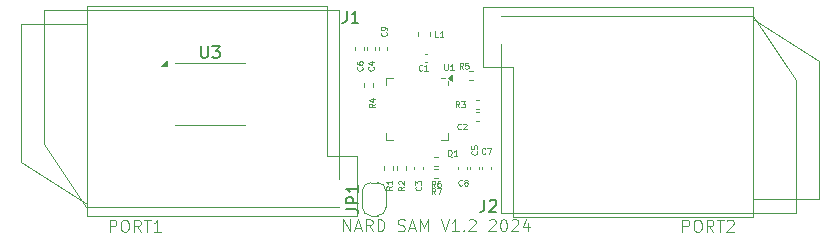
<source format=gbr>
%TF.GenerationSoftware,KiCad,Pcbnew,8.0.6*%
%TF.CreationDate,2024-11-25T22:11:24+01:00*%
%TF.ProjectId,nard_sam,6e617264-5f73-4616-9d2e-6b696361645f,rev?*%
%TF.SameCoordinates,Original*%
%TF.FileFunction,Legend,Top*%
%TF.FilePolarity,Positive*%
%FSLAX46Y46*%
G04 Gerber Fmt 4.6, Leading zero omitted, Abs format (unit mm)*
G04 Created by KiCad (PCBNEW 8.0.6) date 2024-11-25 22:11:24*
%MOMM*%
%LPD*%
G01*
G04 APERTURE LIST*
%ADD10C,0.100000*%
%ADD11C,0.050000*%
%ADD12C,0.150000*%
%ADD13C,0.120000*%
G04 APERTURE END LIST*
D10*
X77105143Y-80261419D02*
X77105143Y-79261419D01*
X77105143Y-79261419D02*
X77486095Y-79261419D01*
X77486095Y-79261419D02*
X77581333Y-79309038D01*
X77581333Y-79309038D02*
X77628952Y-79356657D01*
X77628952Y-79356657D02*
X77676571Y-79451895D01*
X77676571Y-79451895D02*
X77676571Y-79594752D01*
X77676571Y-79594752D02*
X77628952Y-79689990D01*
X77628952Y-79689990D02*
X77581333Y-79737609D01*
X77581333Y-79737609D02*
X77486095Y-79785228D01*
X77486095Y-79785228D02*
X77105143Y-79785228D01*
X78295619Y-79261419D02*
X78486095Y-79261419D01*
X78486095Y-79261419D02*
X78581333Y-79309038D01*
X78581333Y-79309038D02*
X78676571Y-79404276D01*
X78676571Y-79404276D02*
X78724190Y-79594752D01*
X78724190Y-79594752D02*
X78724190Y-79928085D01*
X78724190Y-79928085D02*
X78676571Y-80118561D01*
X78676571Y-80118561D02*
X78581333Y-80213800D01*
X78581333Y-80213800D02*
X78486095Y-80261419D01*
X78486095Y-80261419D02*
X78295619Y-80261419D01*
X78295619Y-80261419D02*
X78200381Y-80213800D01*
X78200381Y-80213800D02*
X78105143Y-80118561D01*
X78105143Y-80118561D02*
X78057524Y-79928085D01*
X78057524Y-79928085D02*
X78057524Y-79594752D01*
X78057524Y-79594752D02*
X78105143Y-79404276D01*
X78105143Y-79404276D02*
X78200381Y-79309038D01*
X78200381Y-79309038D02*
X78295619Y-79261419D01*
X79724190Y-80261419D02*
X79390857Y-79785228D01*
X79152762Y-80261419D02*
X79152762Y-79261419D01*
X79152762Y-79261419D02*
X79533714Y-79261419D01*
X79533714Y-79261419D02*
X79628952Y-79309038D01*
X79628952Y-79309038D02*
X79676571Y-79356657D01*
X79676571Y-79356657D02*
X79724190Y-79451895D01*
X79724190Y-79451895D02*
X79724190Y-79594752D01*
X79724190Y-79594752D02*
X79676571Y-79689990D01*
X79676571Y-79689990D02*
X79628952Y-79737609D01*
X79628952Y-79737609D02*
X79533714Y-79785228D01*
X79533714Y-79785228D02*
X79152762Y-79785228D01*
X80009905Y-79261419D02*
X80581333Y-79261419D01*
X80295619Y-80261419D02*
X80295619Y-79261419D01*
X81438476Y-80261419D02*
X80867048Y-80261419D01*
X81152762Y-80261419D02*
X81152762Y-79261419D01*
X81152762Y-79261419D02*
X81057524Y-79404276D01*
X81057524Y-79404276D02*
X80962286Y-79499514D01*
X80962286Y-79499514D02*
X80867048Y-79547133D01*
X125605143Y-80261419D02*
X125605143Y-79261419D01*
X125605143Y-79261419D02*
X125986095Y-79261419D01*
X125986095Y-79261419D02*
X126081333Y-79309038D01*
X126081333Y-79309038D02*
X126128952Y-79356657D01*
X126128952Y-79356657D02*
X126176571Y-79451895D01*
X126176571Y-79451895D02*
X126176571Y-79594752D01*
X126176571Y-79594752D02*
X126128952Y-79689990D01*
X126128952Y-79689990D02*
X126081333Y-79737609D01*
X126081333Y-79737609D02*
X125986095Y-79785228D01*
X125986095Y-79785228D02*
X125605143Y-79785228D01*
X126795619Y-79261419D02*
X126986095Y-79261419D01*
X126986095Y-79261419D02*
X127081333Y-79309038D01*
X127081333Y-79309038D02*
X127176571Y-79404276D01*
X127176571Y-79404276D02*
X127224190Y-79594752D01*
X127224190Y-79594752D02*
X127224190Y-79928085D01*
X127224190Y-79928085D02*
X127176571Y-80118561D01*
X127176571Y-80118561D02*
X127081333Y-80213800D01*
X127081333Y-80213800D02*
X126986095Y-80261419D01*
X126986095Y-80261419D02*
X126795619Y-80261419D01*
X126795619Y-80261419D02*
X126700381Y-80213800D01*
X126700381Y-80213800D02*
X126605143Y-80118561D01*
X126605143Y-80118561D02*
X126557524Y-79928085D01*
X126557524Y-79928085D02*
X126557524Y-79594752D01*
X126557524Y-79594752D02*
X126605143Y-79404276D01*
X126605143Y-79404276D02*
X126700381Y-79309038D01*
X126700381Y-79309038D02*
X126795619Y-79261419D01*
X128224190Y-80261419D02*
X127890857Y-79785228D01*
X127652762Y-80261419D02*
X127652762Y-79261419D01*
X127652762Y-79261419D02*
X128033714Y-79261419D01*
X128033714Y-79261419D02*
X128128952Y-79309038D01*
X128128952Y-79309038D02*
X128176571Y-79356657D01*
X128176571Y-79356657D02*
X128224190Y-79451895D01*
X128224190Y-79451895D02*
X128224190Y-79594752D01*
X128224190Y-79594752D02*
X128176571Y-79689990D01*
X128176571Y-79689990D02*
X128128952Y-79737609D01*
X128128952Y-79737609D02*
X128033714Y-79785228D01*
X128033714Y-79785228D02*
X127652762Y-79785228D01*
X128509905Y-79261419D02*
X129081333Y-79261419D01*
X128795619Y-80261419D02*
X128795619Y-79261419D01*
X129367048Y-79356657D02*
X129414667Y-79309038D01*
X129414667Y-79309038D02*
X129509905Y-79261419D01*
X129509905Y-79261419D02*
X129748000Y-79261419D01*
X129748000Y-79261419D02*
X129843238Y-79309038D01*
X129843238Y-79309038D02*
X129890857Y-79356657D01*
X129890857Y-79356657D02*
X129938476Y-79451895D01*
X129938476Y-79451895D02*
X129938476Y-79547133D01*
X129938476Y-79547133D02*
X129890857Y-79689990D01*
X129890857Y-79689990D02*
X129319429Y-80261419D01*
X129319429Y-80261419D02*
X129938476Y-80261419D01*
X96892857Y-80207419D02*
X96892857Y-79207419D01*
X96892857Y-79207419D02*
X97464285Y-80207419D01*
X97464285Y-80207419D02*
X97464285Y-79207419D01*
X97892857Y-79921704D02*
X98369047Y-79921704D01*
X97797619Y-80207419D02*
X98130952Y-79207419D01*
X98130952Y-79207419D02*
X98464285Y-80207419D01*
X99369047Y-80207419D02*
X99035714Y-79731228D01*
X98797619Y-80207419D02*
X98797619Y-79207419D01*
X98797619Y-79207419D02*
X99178571Y-79207419D01*
X99178571Y-79207419D02*
X99273809Y-79255038D01*
X99273809Y-79255038D02*
X99321428Y-79302657D01*
X99321428Y-79302657D02*
X99369047Y-79397895D01*
X99369047Y-79397895D02*
X99369047Y-79540752D01*
X99369047Y-79540752D02*
X99321428Y-79635990D01*
X99321428Y-79635990D02*
X99273809Y-79683609D01*
X99273809Y-79683609D02*
X99178571Y-79731228D01*
X99178571Y-79731228D02*
X98797619Y-79731228D01*
X99797619Y-80207419D02*
X99797619Y-79207419D01*
X99797619Y-79207419D02*
X100035714Y-79207419D01*
X100035714Y-79207419D02*
X100178571Y-79255038D01*
X100178571Y-79255038D02*
X100273809Y-79350276D01*
X100273809Y-79350276D02*
X100321428Y-79445514D01*
X100321428Y-79445514D02*
X100369047Y-79635990D01*
X100369047Y-79635990D02*
X100369047Y-79778847D01*
X100369047Y-79778847D02*
X100321428Y-79969323D01*
X100321428Y-79969323D02*
X100273809Y-80064561D01*
X100273809Y-80064561D02*
X100178571Y-80159800D01*
X100178571Y-80159800D02*
X100035714Y-80207419D01*
X100035714Y-80207419D02*
X99797619Y-80207419D01*
X101511905Y-80159800D02*
X101654762Y-80207419D01*
X101654762Y-80207419D02*
X101892857Y-80207419D01*
X101892857Y-80207419D02*
X101988095Y-80159800D01*
X101988095Y-80159800D02*
X102035714Y-80112180D01*
X102035714Y-80112180D02*
X102083333Y-80016942D01*
X102083333Y-80016942D02*
X102083333Y-79921704D01*
X102083333Y-79921704D02*
X102035714Y-79826466D01*
X102035714Y-79826466D02*
X101988095Y-79778847D01*
X101988095Y-79778847D02*
X101892857Y-79731228D01*
X101892857Y-79731228D02*
X101702381Y-79683609D01*
X101702381Y-79683609D02*
X101607143Y-79635990D01*
X101607143Y-79635990D02*
X101559524Y-79588371D01*
X101559524Y-79588371D02*
X101511905Y-79493133D01*
X101511905Y-79493133D02*
X101511905Y-79397895D01*
X101511905Y-79397895D02*
X101559524Y-79302657D01*
X101559524Y-79302657D02*
X101607143Y-79255038D01*
X101607143Y-79255038D02*
X101702381Y-79207419D01*
X101702381Y-79207419D02*
X101940476Y-79207419D01*
X101940476Y-79207419D02*
X102083333Y-79255038D01*
X102464286Y-79921704D02*
X102940476Y-79921704D01*
X102369048Y-80207419D02*
X102702381Y-79207419D01*
X102702381Y-79207419D02*
X103035714Y-80207419D01*
X103369048Y-80207419D02*
X103369048Y-79207419D01*
X103369048Y-79207419D02*
X103702381Y-79921704D01*
X103702381Y-79921704D02*
X104035714Y-79207419D01*
X104035714Y-79207419D02*
X104035714Y-80207419D01*
X105130953Y-79207419D02*
X105464286Y-80207419D01*
X105464286Y-80207419D02*
X105797619Y-79207419D01*
X106654762Y-80207419D02*
X106083334Y-80207419D01*
X106369048Y-80207419D02*
X106369048Y-79207419D01*
X106369048Y-79207419D02*
X106273810Y-79350276D01*
X106273810Y-79350276D02*
X106178572Y-79445514D01*
X106178572Y-79445514D02*
X106083334Y-79493133D01*
X107083334Y-80112180D02*
X107130953Y-80159800D01*
X107130953Y-80159800D02*
X107083334Y-80207419D01*
X107083334Y-80207419D02*
X107035715Y-80159800D01*
X107035715Y-80159800D02*
X107083334Y-80112180D01*
X107083334Y-80112180D02*
X107083334Y-80207419D01*
X107511905Y-79302657D02*
X107559524Y-79255038D01*
X107559524Y-79255038D02*
X107654762Y-79207419D01*
X107654762Y-79207419D02*
X107892857Y-79207419D01*
X107892857Y-79207419D02*
X107988095Y-79255038D01*
X107988095Y-79255038D02*
X108035714Y-79302657D01*
X108035714Y-79302657D02*
X108083333Y-79397895D01*
X108083333Y-79397895D02*
X108083333Y-79493133D01*
X108083333Y-79493133D02*
X108035714Y-79635990D01*
X108035714Y-79635990D02*
X107464286Y-80207419D01*
X107464286Y-80207419D02*
X108083333Y-80207419D01*
X109226191Y-79302657D02*
X109273810Y-79255038D01*
X109273810Y-79255038D02*
X109369048Y-79207419D01*
X109369048Y-79207419D02*
X109607143Y-79207419D01*
X109607143Y-79207419D02*
X109702381Y-79255038D01*
X109702381Y-79255038D02*
X109750000Y-79302657D01*
X109750000Y-79302657D02*
X109797619Y-79397895D01*
X109797619Y-79397895D02*
X109797619Y-79493133D01*
X109797619Y-79493133D02*
X109750000Y-79635990D01*
X109750000Y-79635990D02*
X109178572Y-80207419D01*
X109178572Y-80207419D02*
X109797619Y-80207419D01*
X110416667Y-79207419D02*
X110511905Y-79207419D01*
X110511905Y-79207419D02*
X110607143Y-79255038D01*
X110607143Y-79255038D02*
X110654762Y-79302657D01*
X110654762Y-79302657D02*
X110702381Y-79397895D01*
X110702381Y-79397895D02*
X110750000Y-79588371D01*
X110750000Y-79588371D02*
X110750000Y-79826466D01*
X110750000Y-79826466D02*
X110702381Y-80016942D01*
X110702381Y-80016942D02*
X110654762Y-80112180D01*
X110654762Y-80112180D02*
X110607143Y-80159800D01*
X110607143Y-80159800D02*
X110511905Y-80207419D01*
X110511905Y-80207419D02*
X110416667Y-80207419D01*
X110416667Y-80207419D02*
X110321429Y-80159800D01*
X110321429Y-80159800D02*
X110273810Y-80112180D01*
X110273810Y-80112180D02*
X110226191Y-80016942D01*
X110226191Y-80016942D02*
X110178572Y-79826466D01*
X110178572Y-79826466D02*
X110178572Y-79588371D01*
X110178572Y-79588371D02*
X110226191Y-79397895D01*
X110226191Y-79397895D02*
X110273810Y-79302657D01*
X110273810Y-79302657D02*
X110321429Y-79255038D01*
X110321429Y-79255038D02*
X110416667Y-79207419D01*
X111130953Y-79302657D02*
X111178572Y-79255038D01*
X111178572Y-79255038D02*
X111273810Y-79207419D01*
X111273810Y-79207419D02*
X111511905Y-79207419D01*
X111511905Y-79207419D02*
X111607143Y-79255038D01*
X111607143Y-79255038D02*
X111654762Y-79302657D01*
X111654762Y-79302657D02*
X111702381Y-79397895D01*
X111702381Y-79397895D02*
X111702381Y-79493133D01*
X111702381Y-79493133D02*
X111654762Y-79635990D01*
X111654762Y-79635990D02*
X111083334Y-80207419D01*
X111083334Y-80207419D02*
X111702381Y-80207419D01*
X112559524Y-79540752D02*
X112559524Y-80207419D01*
X112321429Y-79159800D02*
X112083334Y-79874085D01*
X112083334Y-79874085D02*
X112702381Y-79874085D01*
D11*
X103566666Y-66581090D02*
X103542857Y-66604900D01*
X103542857Y-66604900D02*
X103471428Y-66628709D01*
X103471428Y-66628709D02*
X103423809Y-66628709D01*
X103423809Y-66628709D02*
X103352381Y-66604900D01*
X103352381Y-66604900D02*
X103304762Y-66557280D01*
X103304762Y-66557280D02*
X103280952Y-66509661D01*
X103280952Y-66509661D02*
X103257143Y-66414423D01*
X103257143Y-66414423D02*
X103257143Y-66342995D01*
X103257143Y-66342995D02*
X103280952Y-66247757D01*
X103280952Y-66247757D02*
X103304762Y-66200138D01*
X103304762Y-66200138D02*
X103352381Y-66152519D01*
X103352381Y-66152519D02*
X103423809Y-66128709D01*
X103423809Y-66128709D02*
X103471428Y-66128709D01*
X103471428Y-66128709D02*
X103542857Y-66152519D01*
X103542857Y-66152519D02*
X103566666Y-66176328D01*
X104042857Y-66628709D02*
X103757143Y-66628709D01*
X103900000Y-66628709D02*
X103900000Y-66128709D01*
X103900000Y-66128709D02*
X103852381Y-66200138D01*
X103852381Y-66200138D02*
X103804762Y-66247757D01*
X103804762Y-66247757D02*
X103757143Y-66271566D01*
X99431090Y-66301133D02*
X99454900Y-66324942D01*
X99454900Y-66324942D02*
X99478709Y-66396371D01*
X99478709Y-66396371D02*
X99478709Y-66443990D01*
X99478709Y-66443990D02*
X99454900Y-66515418D01*
X99454900Y-66515418D02*
X99407280Y-66563037D01*
X99407280Y-66563037D02*
X99359661Y-66586847D01*
X99359661Y-66586847D02*
X99264423Y-66610656D01*
X99264423Y-66610656D02*
X99192995Y-66610656D01*
X99192995Y-66610656D02*
X99097757Y-66586847D01*
X99097757Y-66586847D02*
X99050138Y-66563037D01*
X99050138Y-66563037D02*
X99002519Y-66515418D01*
X99002519Y-66515418D02*
X98978709Y-66443990D01*
X98978709Y-66443990D02*
X98978709Y-66396371D01*
X98978709Y-66396371D02*
X99002519Y-66324942D01*
X99002519Y-66324942D02*
X99026328Y-66301133D01*
X99145376Y-65872561D02*
X99478709Y-65872561D01*
X98954900Y-65991609D02*
X99312042Y-66110656D01*
X99312042Y-66110656D02*
X99312042Y-65801133D01*
X105443047Y-66075709D02*
X105443047Y-66480471D01*
X105443047Y-66480471D02*
X105466857Y-66528090D01*
X105466857Y-66528090D02*
X105490666Y-66551900D01*
X105490666Y-66551900D02*
X105538285Y-66575709D01*
X105538285Y-66575709D02*
X105633523Y-66575709D01*
X105633523Y-66575709D02*
X105681142Y-66551900D01*
X105681142Y-66551900D02*
X105704952Y-66528090D01*
X105704952Y-66528090D02*
X105728761Y-66480471D01*
X105728761Y-66480471D02*
X105728761Y-66075709D01*
X106228762Y-66575709D02*
X105943048Y-66575709D01*
X106085905Y-66575709D02*
X106085905Y-66075709D01*
X106085905Y-66075709D02*
X106038286Y-66147138D01*
X106038286Y-66147138D02*
X105990667Y-66194757D01*
X105990667Y-66194757D02*
X105943048Y-66218566D01*
X105777152Y-73828709D02*
X105777152Y-73328709D01*
X105777152Y-73328709D02*
X105896200Y-73328709D01*
X105896200Y-73328709D02*
X105967628Y-73352519D01*
X105967628Y-73352519D02*
X106015247Y-73400138D01*
X106015247Y-73400138D02*
X106039057Y-73447757D01*
X106039057Y-73447757D02*
X106062866Y-73542995D01*
X106062866Y-73542995D02*
X106062866Y-73614423D01*
X106062866Y-73614423D02*
X106039057Y-73709661D01*
X106039057Y-73709661D02*
X106015247Y-73757280D01*
X106015247Y-73757280D02*
X105967628Y-73804900D01*
X105967628Y-73804900D02*
X105896200Y-73828709D01*
X105896200Y-73828709D02*
X105777152Y-73828709D01*
X106539057Y-73828709D02*
X106253343Y-73828709D01*
X106396200Y-73828709D02*
X106396200Y-73328709D01*
X106396200Y-73328709D02*
X106348581Y-73400138D01*
X106348581Y-73400138D02*
X106300962Y-73447757D01*
X106300962Y-73447757D02*
X106253343Y-73471566D01*
X104925666Y-63799209D02*
X104687571Y-63799209D01*
X104687571Y-63799209D02*
X104687571Y-63299209D01*
X105354238Y-63799209D02*
X105068524Y-63799209D01*
X105211381Y-63799209D02*
X105211381Y-63299209D01*
X105211381Y-63299209D02*
X105163762Y-63370638D01*
X105163762Y-63370638D02*
X105116143Y-63418257D01*
X105116143Y-63418257D02*
X105068524Y-63442066D01*
X106941666Y-76306090D02*
X106917857Y-76329900D01*
X106917857Y-76329900D02*
X106846428Y-76353709D01*
X106846428Y-76353709D02*
X106798809Y-76353709D01*
X106798809Y-76353709D02*
X106727381Y-76329900D01*
X106727381Y-76329900D02*
X106679762Y-76282280D01*
X106679762Y-76282280D02*
X106655952Y-76234661D01*
X106655952Y-76234661D02*
X106632143Y-76139423D01*
X106632143Y-76139423D02*
X106632143Y-76067995D01*
X106632143Y-76067995D02*
X106655952Y-75972757D01*
X106655952Y-75972757D02*
X106679762Y-75925138D01*
X106679762Y-75925138D02*
X106727381Y-75877519D01*
X106727381Y-75877519D02*
X106798809Y-75853709D01*
X106798809Y-75853709D02*
X106846428Y-75853709D01*
X106846428Y-75853709D02*
X106917857Y-75877519D01*
X106917857Y-75877519D02*
X106941666Y-75901328D01*
X107227381Y-76067995D02*
X107179762Y-76044185D01*
X107179762Y-76044185D02*
X107155952Y-76020376D01*
X107155952Y-76020376D02*
X107132143Y-75972757D01*
X107132143Y-75972757D02*
X107132143Y-75948947D01*
X107132143Y-75948947D02*
X107155952Y-75901328D01*
X107155952Y-75901328D02*
X107179762Y-75877519D01*
X107179762Y-75877519D02*
X107227381Y-75853709D01*
X107227381Y-75853709D02*
X107322619Y-75853709D01*
X107322619Y-75853709D02*
X107370238Y-75877519D01*
X107370238Y-75877519D02*
X107394047Y-75901328D01*
X107394047Y-75901328D02*
X107417857Y-75948947D01*
X107417857Y-75948947D02*
X107417857Y-75972757D01*
X107417857Y-75972757D02*
X107394047Y-76020376D01*
X107394047Y-76020376D02*
X107370238Y-76044185D01*
X107370238Y-76044185D02*
X107322619Y-76067995D01*
X107322619Y-76067995D02*
X107227381Y-76067995D01*
X107227381Y-76067995D02*
X107179762Y-76091804D01*
X107179762Y-76091804D02*
X107155952Y-76115614D01*
X107155952Y-76115614D02*
X107132143Y-76163233D01*
X107132143Y-76163233D02*
X107132143Y-76258471D01*
X107132143Y-76258471D02*
X107155952Y-76306090D01*
X107155952Y-76306090D02*
X107179762Y-76329900D01*
X107179762Y-76329900D02*
X107227381Y-76353709D01*
X107227381Y-76353709D02*
X107322619Y-76353709D01*
X107322619Y-76353709D02*
X107370238Y-76329900D01*
X107370238Y-76329900D02*
X107394047Y-76306090D01*
X107394047Y-76306090D02*
X107417857Y-76258471D01*
X107417857Y-76258471D02*
X107417857Y-76163233D01*
X107417857Y-76163233D02*
X107394047Y-76115614D01*
X107394047Y-76115614D02*
X107370238Y-76091804D01*
X107370238Y-76091804D02*
X107322619Y-76067995D01*
X106850666Y-71555090D02*
X106826857Y-71578900D01*
X106826857Y-71578900D02*
X106755428Y-71602709D01*
X106755428Y-71602709D02*
X106707809Y-71602709D01*
X106707809Y-71602709D02*
X106636381Y-71578900D01*
X106636381Y-71578900D02*
X106588762Y-71531280D01*
X106588762Y-71531280D02*
X106564952Y-71483661D01*
X106564952Y-71483661D02*
X106541143Y-71388423D01*
X106541143Y-71388423D02*
X106541143Y-71316995D01*
X106541143Y-71316995D02*
X106564952Y-71221757D01*
X106564952Y-71221757D02*
X106588762Y-71174138D01*
X106588762Y-71174138D02*
X106636381Y-71126519D01*
X106636381Y-71126519D02*
X106707809Y-71102709D01*
X106707809Y-71102709D02*
X106755428Y-71102709D01*
X106755428Y-71102709D02*
X106826857Y-71126519D01*
X106826857Y-71126519D02*
X106850666Y-71150328D01*
X107041143Y-71150328D02*
X107064952Y-71126519D01*
X107064952Y-71126519D02*
X107112571Y-71102709D01*
X107112571Y-71102709D02*
X107231619Y-71102709D01*
X107231619Y-71102709D02*
X107279238Y-71126519D01*
X107279238Y-71126519D02*
X107303047Y-71150328D01*
X107303047Y-71150328D02*
X107326857Y-71197947D01*
X107326857Y-71197947D02*
X107326857Y-71245566D01*
X107326857Y-71245566D02*
X107303047Y-71316995D01*
X107303047Y-71316995D02*
X107017333Y-71602709D01*
X107017333Y-71602709D02*
X107326857Y-71602709D01*
D12*
X97166666Y-61579819D02*
X97166666Y-62294104D01*
X97166666Y-62294104D02*
X97119047Y-62436961D01*
X97119047Y-62436961D02*
X97023809Y-62532200D01*
X97023809Y-62532200D02*
X96880952Y-62579819D01*
X96880952Y-62579819D02*
X96785714Y-62579819D01*
X98166666Y-62579819D02*
X97595238Y-62579819D01*
X97880952Y-62579819D02*
X97880952Y-61579819D01*
X97880952Y-61579819D02*
X97785714Y-61722676D01*
X97785714Y-61722676D02*
X97690476Y-61817914D01*
X97690476Y-61817914D02*
X97595238Y-61865533D01*
D11*
X103431090Y-76434333D02*
X103454900Y-76458142D01*
X103454900Y-76458142D02*
X103478709Y-76529571D01*
X103478709Y-76529571D02*
X103478709Y-76577190D01*
X103478709Y-76577190D02*
X103454900Y-76648618D01*
X103454900Y-76648618D02*
X103407280Y-76696237D01*
X103407280Y-76696237D02*
X103359661Y-76720047D01*
X103359661Y-76720047D02*
X103264423Y-76743856D01*
X103264423Y-76743856D02*
X103192995Y-76743856D01*
X103192995Y-76743856D02*
X103097757Y-76720047D01*
X103097757Y-76720047D02*
X103050138Y-76696237D01*
X103050138Y-76696237D02*
X103002519Y-76648618D01*
X103002519Y-76648618D02*
X102978709Y-76577190D01*
X102978709Y-76577190D02*
X102978709Y-76529571D01*
X102978709Y-76529571D02*
X103002519Y-76458142D01*
X103002519Y-76458142D02*
X103026328Y-76434333D01*
X102978709Y-76267666D02*
X102978709Y-75958142D01*
X102978709Y-75958142D02*
X103169185Y-76124809D01*
X103169185Y-76124809D02*
X103169185Y-76053380D01*
X103169185Y-76053380D02*
X103192995Y-76005761D01*
X103192995Y-76005761D02*
X103216804Y-75981952D01*
X103216804Y-75981952D02*
X103264423Y-75958142D01*
X103264423Y-75958142D02*
X103383471Y-75958142D01*
X103383471Y-75958142D02*
X103431090Y-75981952D01*
X103431090Y-75981952D02*
X103454900Y-76005761D01*
X103454900Y-76005761D02*
X103478709Y-76053380D01*
X103478709Y-76053380D02*
X103478709Y-76196237D01*
X103478709Y-76196237D02*
X103454900Y-76243856D01*
X103454900Y-76243856D02*
X103431090Y-76267666D01*
X102053709Y-76434333D02*
X101815614Y-76600999D01*
X102053709Y-76720047D02*
X101553709Y-76720047D01*
X101553709Y-76720047D02*
X101553709Y-76529571D01*
X101553709Y-76529571D02*
X101577519Y-76481952D01*
X101577519Y-76481952D02*
X101601328Y-76458142D01*
X101601328Y-76458142D02*
X101648947Y-76434333D01*
X101648947Y-76434333D02*
X101720376Y-76434333D01*
X101720376Y-76434333D02*
X101767995Y-76458142D01*
X101767995Y-76458142D02*
X101791804Y-76481952D01*
X101791804Y-76481952D02*
X101815614Y-76529571D01*
X101815614Y-76529571D02*
X101815614Y-76720047D01*
X101601328Y-76243856D02*
X101577519Y-76220047D01*
X101577519Y-76220047D02*
X101553709Y-76172428D01*
X101553709Y-76172428D02*
X101553709Y-76053380D01*
X101553709Y-76053380D02*
X101577519Y-76005761D01*
X101577519Y-76005761D02*
X101601328Y-75981952D01*
X101601328Y-75981952D02*
X101648947Y-75958142D01*
X101648947Y-75958142D02*
X101696566Y-75958142D01*
X101696566Y-75958142D02*
X101767995Y-75981952D01*
X101767995Y-75981952D02*
X102053709Y-76267666D01*
X102053709Y-76267666D02*
X102053709Y-75958142D01*
X98479090Y-66301133D02*
X98502900Y-66324942D01*
X98502900Y-66324942D02*
X98526709Y-66396371D01*
X98526709Y-66396371D02*
X98526709Y-66443990D01*
X98526709Y-66443990D02*
X98502900Y-66515418D01*
X98502900Y-66515418D02*
X98455280Y-66563037D01*
X98455280Y-66563037D02*
X98407661Y-66586847D01*
X98407661Y-66586847D02*
X98312423Y-66610656D01*
X98312423Y-66610656D02*
X98240995Y-66610656D01*
X98240995Y-66610656D02*
X98145757Y-66586847D01*
X98145757Y-66586847D02*
X98098138Y-66563037D01*
X98098138Y-66563037D02*
X98050519Y-66515418D01*
X98050519Y-66515418D02*
X98026709Y-66443990D01*
X98026709Y-66443990D02*
X98026709Y-66396371D01*
X98026709Y-66396371D02*
X98050519Y-66324942D01*
X98050519Y-66324942D02*
X98074328Y-66301133D01*
X98026709Y-65872561D02*
X98026709Y-65967799D01*
X98026709Y-65967799D02*
X98050519Y-66015418D01*
X98050519Y-66015418D02*
X98074328Y-66039228D01*
X98074328Y-66039228D02*
X98145757Y-66086847D01*
X98145757Y-66086847D02*
X98240995Y-66110656D01*
X98240995Y-66110656D02*
X98431471Y-66110656D01*
X98431471Y-66110656D02*
X98479090Y-66086847D01*
X98479090Y-66086847D02*
X98502900Y-66063037D01*
X98502900Y-66063037D02*
X98526709Y-66015418D01*
X98526709Y-66015418D02*
X98526709Y-65920180D01*
X98526709Y-65920180D02*
X98502900Y-65872561D01*
X98502900Y-65872561D02*
X98479090Y-65848752D01*
X98479090Y-65848752D02*
X98431471Y-65824942D01*
X98431471Y-65824942D02*
X98312423Y-65824942D01*
X98312423Y-65824942D02*
X98264804Y-65848752D01*
X98264804Y-65848752D02*
X98240995Y-65872561D01*
X98240995Y-65872561D02*
X98217185Y-65920180D01*
X98217185Y-65920180D02*
X98217185Y-66015418D01*
X98217185Y-66015418D02*
X98240995Y-66063037D01*
X98240995Y-66063037D02*
X98264804Y-66086847D01*
X98264804Y-66086847D02*
X98312423Y-66110656D01*
X104666666Y-76459709D02*
X104500000Y-76221614D01*
X104380952Y-76459709D02*
X104380952Y-75959709D01*
X104380952Y-75959709D02*
X104571428Y-75959709D01*
X104571428Y-75959709D02*
X104619047Y-75983519D01*
X104619047Y-75983519D02*
X104642857Y-76007328D01*
X104642857Y-76007328D02*
X104666666Y-76054947D01*
X104666666Y-76054947D02*
X104666666Y-76126376D01*
X104666666Y-76126376D02*
X104642857Y-76173995D01*
X104642857Y-76173995D02*
X104619047Y-76197804D01*
X104619047Y-76197804D02*
X104571428Y-76221614D01*
X104571428Y-76221614D02*
X104380952Y-76221614D01*
X105095238Y-75959709D02*
X105000000Y-75959709D01*
X105000000Y-75959709D02*
X104952381Y-75983519D01*
X104952381Y-75983519D02*
X104928571Y-76007328D01*
X104928571Y-76007328D02*
X104880952Y-76078757D01*
X104880952Y-76078757D02*
X104857143Y-76173995D01*
X104857143Y-76173995D02*
X104857143Y-76364471D01*
X104857143Y-76364471D02*
X104880952Y-76412090D01*
X104880952Y-76412090D02*
X104904762Y-76435900D01*
X104904762Y-76435900D02*
X104952381Y-76459709D01*
X104952381Y-76459709D02*
X105047619Y-76459709D01*
X105047619Y-76459709D02*
X105095238Y-76435900D01*
X105095238Y-76435900D02*
X105119047Y-76412090D01*
X105119047Y-76412090D02*
X105142857Y-76364471D01*
X105142857Y-76364471D02*
X105142857Y-76245423D01*
X105142857Y-76245423D02*
X105119047Y-76197804D01*
X105119047Y-76197804D02*
X105095238Y-76173995D01*
X105095238Y-76173995D02*
X105047619Y-76150185D01*
X105047619Y-76150185D02*
X104952381Y-76150185D01*
X104952381Y-76150185D02*
X104904762Y-76173995D01*
X104904762Y-76173995D02*
X104880952Y-76197804D01*
X104880952Y-76197804D02*
X104857143Y-76245423D01*
D12*
X108841666Y-77554819D02*
X108841666Y-78269104D01*
X108841666Y-78269104D02*
X108794047Y-78411961D01*
X108794047Y-78411961D02*
X108698809Y-78507200D01*
X108698809Y-78507200D02*
X108555952Y-78554819D01*
X108555952Y-78554819D02*
X108460714Y-78554819D01*
X109270238Y-77650057D02*
X109317857Y-77602438D01*
X109317857Y-77602438D02*
X109413095Y-77554819D01*
X109413095Y-77554819D02*
X109651190Y-77554819D01*
X109651190Y-77554819D02*
X109746428Y-77602438D01*
X109746428Y-77602438D02*
X109794047Y-77650057D01*
X109794047Y-77650057D02*
X109841666Y-77745295D01*
X109841666Y-77745295D02*
X109841666Y-77840533D01*
X109841666Y-77840533D02*
X109794047Y-77983390D01*
X109794047Y-77983390D02*
X109222619Y-78554819D01*
X109222619Y-78554819D02*
X109841666Y-78554819D01*
X84838095Y-64549819D02*
X84838095Y-65359342D01*
X84838095Y-65359342D02*
X84885714Y-65454580D01*
X84885714Y-65454580D02*
X84933333Y-65502200D01*
X84933333Y-65502200D02*
X85028571Y-65549819D01*
X85028571Y-65549819D02*
X85219047Y-65549819D01*
X85219047Y-65549819D02*
X85314285Y-65502200D01*
X85314285Y-65502200D02*
X85361904Y-65454580D01*
X85361904Y-65454580D02*
X85409523Y-65359342D01*
X85409523Y-65359342D02*
X85409523Y-64549819D01*
X85790476Y-64549819D02*
X86409523Y-64549819D01*
X86409523Y-64549819D02*
X86076190Y-64930771D01*
X86076190Y-64930771D02*
X86219047Y-64930771D01*
X86219047Y-64930771D02*
X86314285Y-64978390D01*
X86314285Y-64978390D02*
X86361904Y-65026009D01*
X86361904Y-65026009D02*
X86409523Y-65121247D01*
X86409523Y-65121247D02*
X86409523Y-65359342D01*
X86409523Y-65359342D02*
X86361904Y-65454580D01*
X86361904Y-65454580D02*
X86314285Y-65502200D01*
X86314285Y-65502200D02*
X86219047Y-65549819D01*
X86219047Y-65549819D02*
X85933333Y-65549819D01*
X85933333Y-65549819D02*
X85838095Y-65502200D01*
X85838095Y-65502200D02*
X85790476Y-65454580D01*
D11*
X104666666Y-77079709D02*
X104500000Y-76841614D01*
X104380952Y-77079709D02*
X104380952Y-76579709D01*
X104380952Y-76579709D02*
X104571428Y-76579709D01*
X104571428Y-76579709D02*
X104619047Y-76603519D01*
X104619047Y-76603519D02*
X104642857Y-76627328D01*
X104642857Y-76627328D02*
X104666666Y-76674947D01*
X104666666Y-76674947D02*
X104666666Y-76746376D01*
X104666666Y-76746376D02*
X104642857Y-76793995D01*
X104642857Y-76793995D02*
X104619047Y-76817804D01*
X104619047Y-76817804D02*
X104571428Y-76841614D01*
X104571428Y-76841614D02*
X104380952Y-76841614D01*
X104833333Y-76579709D02*
X105166666Y-76579709D01*
X105166666Y-76579709D02*
X104952381Y-77079709D01*
X100531090Y-63383333D02*
X100554900Y-63407142D01*
X100554900Y-63407142D02*
X100578709Y-63478571D01*
X100578709Y-63478571D02*
X100578709Y-63526190D01*
X100578709Y-63526190D02*
X100554900Y-63597618D01*
X100554900Y-63597618D02*
X100507280Y-63645237D01*
X100507280Y-63645237D02*
X100459661Y-63669047D01*
X100459661Y-63669047D02*
X100364423Y-63692856D01*
X100364423Y-63692856D02*
X100292995Y-63692856D01*
X100292995Y-63692856D02*
X100197757Y-63669047D01*
X100197757Y-63669047D02*
X100150138Y-63645237D01*
X100150138Y-63645237D02*
X100102519Y-63597618D01*
X100102519Y-63597618D02*
X100078709Y-63526190D01*
X100078709Y-63526190D02*
X100078709Y-63478571D01*
X100078709Y-63478571D02*
X100102519Y-63407142D01*
X100102519Y-63407142D02*
X100126328Y-63383333D01*
X100578709Y-63145237D02*
X100578709Y-63049999D01*
X100578709Y-63049999D02*
X100554900Y-63002380D01*
X100554900Y-63002380D02*
X100531090Y-62978571D01*
X100531090Y-62978571D02*
X100459661Y-62930952D01*
X100459661Y-62930952D02*
X100364423Y-62907142D01*
X100364423Y-62907142D02*
X100173947Y-62907142D01*
X100173947Y-62907142D02*
X100126328Y-62930952D01*
X100126328Y-62930952D02*
X100102519Y-62954761D01*
X100102519Y-62954761D02*
X100078709Y-63002380D01*
X100078709Y-63002380D02*
X100078709Y-63097618D01*
X100078709Y-63097618D02*
X100102519Y-63145237D01*
X100102519Y-63145237D02*
X100126328Y-63169047D01*
X100126328Y-63169047D02*
X100173947Y-63192856D01*
X100173947Y-63192856D02*
X100292995Y-63192856D01*
X100292995Y-63192856D02*
X100340614Y-63169047D01*
X100340614Y-63169047D02*
X100364423Y-63145237D01*
X100364423Y-63145237D02*
X100388233Y-63097618D01*
X100388233Y-63097618D02*
X100388233Y-63002380D01*
X100388233Y-63002380D02*
X100364423Y-62954761D01*
X100364423Y-62954761D02*
X100340614Y-62930952D01*
X100340614Y-62930952D02*
X100292995Y-62907142D01*
X108181090Y-73434333D02*
X108204900Y-73458142D01*
X108204900Y-73458142D02*
X108228709Y-73529571D01*
X108228709Y-73529571D02*
X108228709Y-73577190D01*
X108228709Y-73577190D02*
X108204900Y-73648618D01*
X108204900Y-73648618D02*
X108157280Y-73696237D01*
X108157280Y-73696237D02*
X108109661Y-73720047D01*
X108109661Y-73720047D02*
X108014423Y-73743856D01*
X108014423Y-73743856D02*
X107942995Y-73743856D01*
X107942995Y-73743856D02*
X107847757Y-73720047D01*
X107847757Y-73720047D02*
X107800138Y-73696237D01*
X107800138Y-73696237D02*
X107752519Y-73648618D01*
X107752519Y-73648618D02*
X107728709Y-73577190D01*
X107728709Y-73577190D02*
X107728709Y-73529571D01*
X107728709Y-73529571D02*
X107752519Y-73458142D01*
X107752519Y-73458142D02*
X107776328Y-73434333D01*
X107728709Y-72981952D02*
X107728709Y-73220047D01*
X107728709Y-73220047D02*
X107966804Y-73243856D01*
X107966804Y-73243856D02*
X107942995Y-73220047D01*
X107942995Y-73220047D02*
X107919185Y-73172428D01*
X107919185Y-73172428D02*
X107919185Y-73053380D01*
X107919185Y-73053380D02*
X107942995Y-73005761D01*
X107942995Y-73005761D02*
X107966804Y-72981952D01*
X107966804Y-72981952D02*
X108014423Y-72958142D01*
X108014423Y-72958142D02*
X108133471Y-72958142D01*
X108133471Y-72958142D02*
X108181090Y-72981952D01*
X108181090Y-72981952D02*
X108204900Y-73005761D01*
X108204900Y-73005761D02*
X108228709Y-73053380D01*
X108228709Y-73053380D02*
X108228709Y-73172428D01*
X108228709Y-73172428D02*
X108204900Y-73220047D01*
X108204900Y-73220047D02*
X108181090Y-73243856D01*
X108916666Y-73632090D02*
X108892857Y-73655900D01*
X108892857Y-73655900D02*
X108821428Y-73679709D01*
X108821428Y-73679709D02*
X108773809Y-73679709D01*
X108773809Y-73679709D02*
X108702381Y-73655900D01*
X108702381Y-73655900D02*
X108654762Y-73608280D01*
X108654762Y-73608280D02*
X108630952Y-73560661D01*
X108630952Y-73560661D02*
X108607143Y-73465423D01*
X108607143Y-73465423D02*
X108607143Y-73393995D01*
X108607143Y-73393995D02*
X108630952Y-73298757D01*
X108630952Y-73298757D02*
X108654762Y-73251138D01*
X108654762Y-73251138D02*
X108702381Y-73203519D01*
X108702381Y-73203519D02*
X108773809Y-73179709D01*
X108773809Y-73179709D02*
X108821428Y-73179709D01*
X108821428Y-73179709D02*
X108892857Y-73203519D01*
X108892857Y-73203519D02*
X108916666Y-73227328D01*
X109083333Y-73179709D02*
X109416666Y-73179709D01*
X109416666Y-73179709D02*
X109202381Y-73679709D01*
X99553709Y-69433333D02*
X99315614Y-69599999D01*
X99553709Y-69719047D02*
X99053709Y-69719047D01*
X99053709Y-69719047D02*
X99053709Y-69528571D01*
X99053709Y-69528571D02*
X99077519Y-69480952D01*
X99077519Y-69480952D02*
X99101328Y-69457142D01*
X99101328Y-69457142D02*
X99148947Y-69433333D01*
X99148947Y-69433333D02*
X99220376Y-69433333D01*
X99220376Y-69433333D02*
X99267995Y-69457142D01*
X99267995Y-69457142D02*
X99291804Y-69480952D01*
X99291804Y-69480952D02*
X99315614Y-69528571D01*
X99315614Y-69528571D02*
X99315614Y-69719047D01*
X99220376Y-69004761D02*
X99553709Y-69004761D01*
X99029900Y-69123809D02*
X99387042Y-69242856D01*
X99387042Y-69242856D02*
X99387042Y-68933333D01*
X106698266Y-69723109D02*
X106531600Y-69485014D01*
X106412552Y-69723109D02*
X106412552Y-69223109D01*
X106412552Y-69223109D02*
X106603028Y-69223109D01*
X106603028Y-69223109D02*
X106650647Y-69246919D01*
X106650647Y-69246919D02*
X106674457Y-69270728D01*
X106674457Y-69270728D02*
X106698266Y-69318347D01*
X106698266Y-69318347D02*
X106698266Y-69389776D01*
X106698266Y-69389776D02*
X106674457Y-69437395D01*
X106674457Y-69437395D02*
X106650647Y-69461204D01*
X106650647Y-69461204D02*
X106603028Y-69485014D01*
X106603028Y-69485014D02*
X106412552Y-69485014D01*
X106864933Y-69223109D02*
X107174457Y-69223109D01*
X107174457Y-69223109D02*
X107007790Y-69413585D01*
X107007790Y-69413585D02*
X107079219Y-69413585D01*
X107079219Y-69413585D02*
X107126838Y-69437395D01*
X107126838Y-69437395D02*
X107150647Y-69461204D01*
X107150647Y-69461204D02*
X107174457Y-69508823D01*
X107174457Y-69508823D02*
X107174457Y-69627871D01*
X107174457Y-69627871D02*
X107150647Y-69675490D01*
X107150647Y-69675490D02*
X107126838Y-69699300D01*
X107126838Y-69699300D02*
X107079219Y-69723109D01*
X107079219Y-69723109D02*
X106936362Y-69723109D01*
X106936362Y-69723109D02*
X106888743Y-69699300D01*
X106888743Y-69699300D02*
X106864933Y-69675490D01*
X107016666Y-66453709D02*
X106850000Y-66215614D01*
X106730952Y-66453709D02*
X106730952Y-65953709D01*
X106730952Y-65953709D02*
X106921428Y-65953709D01*
X106921428Y-65953709D02*
X106969047Y-65977519D01*
X106969047Y-65977519D02*
X106992857Y-66001328D01*
X106992857Y-66001328D02*
X107016666Y-66048947D01*
X107016666Y-66048947D02*
X107016666Y-66120376D01*
X107016666Y-66120376D02*
X106992857Y-66167995D01*
X106992857Y-66167995D02*
X106969047Y-66191804D01*
X106969047Y-66191804D02*
X106921428Y-66215614D01*
X106921428Y-66215614D02*
X106730952Y-66215614D01*
X107469047Y-65953709D02*
X107230952Y-65953709D01*
X107230952Y-65953709D02*
X107207143Y-66191804D01*
X107207143Y-66191804D02*
X107230952Y-66167995D01*
X107230952Y-66167995D02*
X107278571Y-66144185D01*
X107278571Y-66144185D02*
X107397619Y-66144185D01*
X107397619Y-66144185D02*
X107445238Y-66167995D01*
X107445238Y-66167995D02*
X107469047Y-66191804D01*
X107469047Y-66191804D02*
X107492857Y-66239423D01*
X107492857Y-66239423D02*
X107492857Y-66358471D01*
X107492857Y-66358471D02*
X107469047Y-66406090D01*
X107469047Y-66406090D02*
X107445238Y-66429900D01*
X107445238Y-66429900D02*
X107397619Y-66453709D01*
X107397619Y-66453709D02*
X107278571Y-66453709D01*
X107278571Y-66453709D02*
X107230952Y-66429900D01*
X107230952Y-66429900D02*
X107207143Y-66406090D01*
X101028709Y-76408333D02*
X100790614Y-76574999D01*
X101028709Y-76694047D02*
X100528709Y-76694047D01*
X100528709Y-76694047D02*
X100528709Y-76503571D01*
X100528709Y-76503571D02*
X100552519Y-76455952D01*
X100552519Y-76455952D02*
X100576328Y-76432142D01*
X100576328Y-76432142D02*
X100623947Y-76408333D01*
X100623947Y-76408333D02*
X100695376Y-76408333D01*
X100695376Y-76408333D02*
X100742995Y-76432142D01*
X100742995Y-76432142D02*
X100766804Y-76455952D01*
X100766804Y-76455952D02*
X100790614Y-76503571D01*
X100790614Y-76503571D02*
X100790614Y-76694047D01*
X101028709Y-75932142D02*
X101028709Y-76217856D01*
X101028709Y-76074999D02*
X100528709Y-76074999D01*
X100528709Y-76074999D02*
X100600138Y-76122618D01*
X100600138Y-76122618D02*
X100647757Y-76170237D01*
X100647757Y-76170237D02*
X100671566Y-76217856D01*
D12*
X97154819Y-78333333D02*
X97869104Y-78333333D01*
X97869104Y-78333333D02*
X98011961Y-78380952D01*
X98011961Y-78380952D02*
X98107200Y-78476190D01*
X98107200Y-78476190D02*
X98154819Y-78619047D01*
X98154819Y-78619047D02*
X98154819Y-78714285D01*
X98154819Y-77857142D02*
X97154819Y-77857142D01*
X97154819Y-77857142D02*
X97154819Y-77476190D01*
X97154819Y-77476190D02*
X97202438Y-77380952D01*
X97202438Y-77380952D02*
X97250057Y-77333333D01*
X97250057Y-77333333D02*
X97345295Y-77285714D01*
X97345295Y-77285714D02*
X97488152Y-77285714D01*
X97488152Y-77285714D02*
X97583390Y-77333333D01*
X97583390Y-77333333D02*
X97631009Y-77380952D01*
X97631009Y-77380952D02*
X97678628Y-77476190D01*
X97678628Y-77476190D02*
X97678628Y-77857142D01*
X98154819Y-76333333D02*
X98154819Y-76904761D01*
X98154819Y-76619047D02*
X97154819Y-76619047D01*
X97154819Y-76619047D02*
X97297676Y-76714285D01*
X97297676Y-76714285D02*
X97392914Y-76809523D01*
X97392914Y-76809523D02*
X97440533Y-76904761D01*
D13*
%TO.C,C1*%
X103778164Y-65205000D02*
X103993836Y-65205000D01*
X103778164Y-65925000D02*
X103993836Y-65925000D01*
%TO.C,C4*%
X98890000Y-64854836D02*
X98890000Y-64639164D01*
X99610000Y-64854836D02*
X99610000Y-64639164D01*
%TO.C,U1*%
X100514000Y-67237000D02*
X101089000Y-67237000D01*
X100514000Y-67812000D02*
X100514000Y-67237000D01*
X100514000Y-71882000D02*
X100514000Y-72457000D01*
X100514000Y-72457000D02*
X101089000Y-72457000D01*
X105159000Y-67237000D02*
X105494000Y-67237000D01*
X105734000Y-67812000D02*
X105734000Y-67537000D01*
X105734000Y-71882000D02*
X105734000Y-72457000D01*
X105734000Y-72457000D02*
X105159000Y-72457000D01*
X106064000Y-67477000D02*
X105734000Y-67237000D01*
X106064000Y-66997000D01*
X106064000Y-67477000D01*
G36*
X106064000Y-67477000D02*
G01*
X105734000Y-67237000D01*
X106064000Y-66997000D01*
X106064000Y-67477000D01*
G37*
D10*
%TO.C,D1*%
X106171200Y-73991000D02*
G75*
G02*
X106071200Y-73991000I-50000J0D01*
G01*
X106071200Y-73991000D02*
G75*
G02*
X106171200Y-73991000I50000J0D01*
G01*
D13*
%TO.C,L1*%
X103249000Y-63370221D02*
X103249000Y-63695779D01*
X104269000Y-63370221D02*
X104269000Y-63695779D01*
%TO.C,C8*%
X106640000Y-74743164D02*
X106640000Y-74958836D01*
X107360000Y-74743164D02*
X107360000Y-74958836D01*
%TO.C,C2*%
X108121564Y-70137000D02*
X108337236Y-70137000D01*
X108121564Y-70857000D02*
X108337236Y-70857000D01*
%TO.C,J1*%
X69576000Y-62691000D02*
X69576000Y-74375000D01*
X69576000Y-74375000D02*
X75164000Y-77931000D01*
X71525000Y-72797000D02*
X71525000Y-61497000D01*
X75125000Y-78197000D02*
X71525000Y-72797000D01*
X75164000Y-61167000D02*
X75164000Y-78947000D01*
X75164000Y-62691000D02*
X69576000Y-62691000D01*
X75164000Y-78947000D02*
X98024000Y-78947000D01*
X95484000Y-61167000D02*
X75164000Y-61167000D01*
X95484000Y-73867000D02*
X95484000Y-61167000D01*
X96525000Y-61497000D02*
X71525000Y-61497000D01*
X96525000Y-61497000D02*
X96525000Y-75772000D01*
X96525000Y-78197000D02*
X75125000Y-78197000D01*
X98024000Y-73867000D02*
X95484000Y-73867000D01*
X98024000Y-78947000D02*
X98024000Y-73867000D01*
%TO.C,C3*%
X102890000Y-74743164D02*
X102890000Y-74958836D01*
X103610000Y-74743164D02*
X103610000Y-74958836D01*
%TO.C,R2*%
X101470000Y-75004641D02*
X101470000Y-74697359D01*
X102230000Y-75004641D02*
X102230000Y-74697359D01*
%TO.C,C6*%
X97890000Y-64854836D02*
X97890000Y-64639164D01*
X98610000Y-64854836D02*
X98610000Y-64639164D01*
%TO.C,R6*%
X104903641Y-73971000D02*
X104596359Y-73971000D01*
X104903641Y-74731000D02*
X104596359Y-74731000D01*
%TO.C,J2*%
X108712000Y-61232000D02*
X108712000Y-66312000D01*
X108712000Y-66312000D02*
X111252000Y-66312000D01*
X110211000Y-61982000D02*
X131611000Y-61982000D01*
X110211000Y-78682000D02*
X110211000Y-64407000D01*
X110211000Y-78682000D02*
X135211000Y-78682000D01*
X111252000Y-66312000D02*
X111252000Y-79012000D01*
X111252000Y-79012000D02*
X131572000Y-79012000D01*
X131572000Y-61232000D02*
X108712000Y-61232000D01*
X131572000Y-77488000D02*
X137160000Y-77488000D01*
X131572000Y-79012000D02*
X131572000Y-61232000D01*
X131611000Y-61982000D02*
X135211000Y-67382000D01*
X135211000Y-67382000D02*
X135211000Y-78682000D01*
X137160000Y-65804000D02*
X131572000Y-62248000D01*
X137160000Y-77488000D02*
X137160000Y-65804000D01*
%TO.C,U3*%
X82600000Y-65985000D02*
X88600000Y-65985000D01*
X82600000Y-71205000D02*
X88600000Y-71205000D01*
X81960000Y-66255000D02*
X81480000Y-66255000D01*
X81960000Y-65775000D01*
X81960000Y-66255000D01*
G36*
X81960000Y-66255000D02*
G01*
X81480000Y-66255000D01*
X81960000Y-65775000D01*
X81960000Y-66255000D01*
G37*
%TO.C,R7*%
X104903641Y-74971000D02*
X104596359Y-74971000D01*
X104903641Y-75731000D02*
X104596359Y-75731000D01*
%TO.C,C9*%
X99890000Y-64854836D02*
X99890000Y-64639164D01*
X100610000Y-64854836D02*
X100610000Y-64639164D01*
%TO.C,C5*%
X107640000Y-74743164D02*
X107640000Y-74958836D01*
X108360000Y-74743164D02*
X108360000Y-74958836D01*
%TO.C,C7*%
X108640000Y-74743164D02*
X108640000Y-74958836D01*
X109360000Y-74743164D02*
X109360000Y-74958836D01*
%TO.C,R4*%
X98680000Y-67664359D02*
X98680000Y-67971641D01*
X99440000Y-67664359D02*
X99440000Y-67971641D01*
%TO.C,R3*%
X108413641Y-69117000D02*
X108106359Y-69117000D01*
X108413641Y-69877000D02*
X108106359Y-69877000D01*
%TO.C,R5*%
X107521359Y-66670000D02*
X107828641Y-66670000D01*
X107521359Y-67430000D02*
X107828641Y-67430000D01*
%TO.C,R1*%
X100370000Y-75004641D02*
X100370000Y-74697359D01*
X101130000Y-75004641D02*
X101130000Y-74697359D01*
%TO.C,JP1*%
X98500000Y-78200000D02*
X98500000Y-76800000D01*
X99200000Y-76100000D02*
X99800000Y-76100000D01*
X99800000Y-78900000D02*
X99200000Y-78900000D01*
X100500000Y-76800000D02*
X100500000Y-78200000D01*
X98500000Y-76800000D02*
G75*
G02*
X99200000Y-76100000I700000J0D01*
G01*
X99200000Y-78900000D02*
G75*
G02*
X98500000Y-78200000I-1J699999D01*
G01*
X99800000Y-76100000D02*
G75*
G02*
X100500000Y-76800000I0J-700000D01*
G01*
X100500000Y-78200000D02*
G75*
G02*
X99800000Y-78900000I-699999J-1D01*
G01*
%TD*%
M02*

</source>
